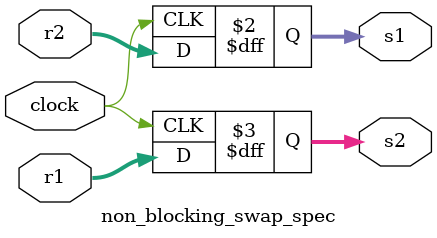
<source format=v>
module non_blocking_swap_spec(input [0:0] clock, input [3:0] r1, input [3:0] r2, output reg [3:0] s1, output reg [3:0] s2);
  always @(posedge clock) begin
    // Swap r1 and r2 using non-blocking assignments
    s1 <= r2;
    s2 <= r1;
  end
endmodule

</source>
